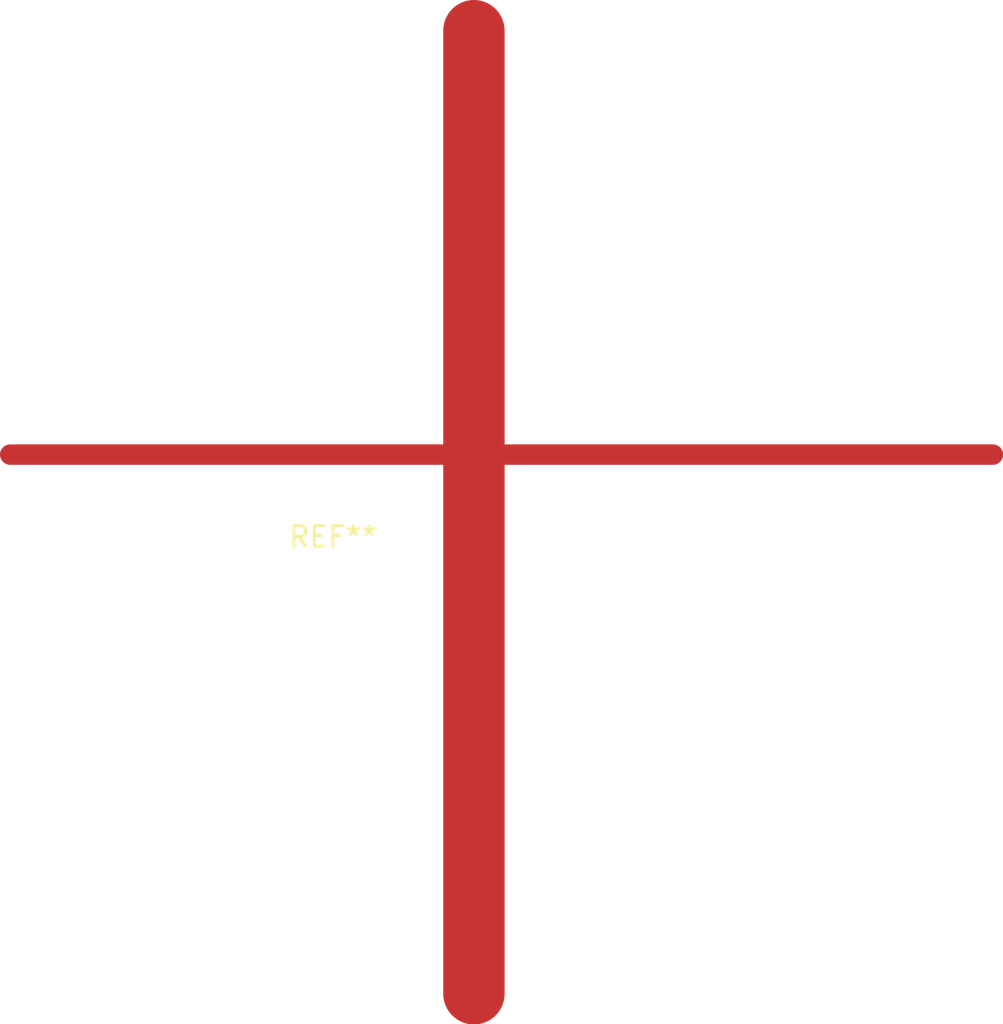
<source format=kicad_pcb>
(kicad_pcb (version 20171130) (host pcbnew "(2018-01-22 revision 6b9a286)-HEAD")

  (general
    (thickness 1.6)
    (drawings 0)
    (tracks 1)
    (zones 0)
    (modules 1)
    (nets 1)
  )

  (page A4)
  (layers
    (0 F.Cu signal)
    (31 B.Cu signal)
    (32 B.Adhes user)
    (33 F.Adhes user)
    (34 B.Paste user)
    (35 F.Paste user)
    (36 B.SilkS user)
    (37 F.SilkS user)
    (38 B.Mask user)
    (39 F.Mask user)
    (40 Dwgs.User user)
    (41 Cmts.User user)
    (42 Eco1.User user)
    (43 Eco2.User user)
    (44 Edge.Cuts user)
    (45 Margin user)
    (46 B.CrtYd user)
    (47 F.CrtYd user)
    (48 B.Fab user)
    (49 F.Fab user)
  )

  (setup
    (last_trace_width 0.25)
    (trace_clearance 0.2)
    (zone_clearance 0.508)
    (zone_45_only no)
    (trace_min 0.2)
    (segment_width 0.2)
    (edge_width 0.15)
    (via_size 0.8)
    (via_drill 0.4)
    (via_min_size 0.4)
    (via_min_drill 0.3)
    (uvia_size 0.3)
    (uvia_drill 0.1)
    (uvias_allowed no)
    (uvia_min_size 0.2)
    (uvia_min_drill 0.1)
    (pcb_text_width 0.3)
    (pcb_text_size 1.5 1.5)
    (mod_edge_width 0.15)
    (mod_text_size 1 1)
    (mod_text_width 0.15)
    (pad_size 1.524 1.524)
    (pad_drill 0.762)
    (pad_to_mask_clearance 0.2)
    (aux_axis_origin 0 0)
    (visible_elements FFFFFF7F)
    (pcbplotparams
      (layerselection 0x00030_ffffffff)
      (usegerberextensions false)
      (usegerberattributes false)
      (usegerberadvancedattributes false)
      (creategerberjobfile false)
      (excludeedgelayer true)
      (linewidth 0.150000)
      (plotframeref false)
      (viasonmask false)
      (mode 1)
      (useauxorigin false)
      (hpglpennumber 1)
      (hpglpenspeed 20)
      (hpglpendiameter 15)
      (psnegative false)
      (psa4output false)
      (plotreference true)
      (plotvalue true)
      (plotinvisibletext false)
      (padsonsilk false)
      (subtractmaskfromsilk false)
      (outputformat 1)
      (mirror false)
      (drillshape 1)
      (scaleselection 1)
      (outputdirectory ""))
  )

  (net 0 "")

  (net_class Default "This is the default net class."
    (clearance 0.2)
    (trace_width 0.25)
    (via_dia 0.8)
    (via_drill 0.4)
    (uvia_dia 0.3)
    (uvia_drill 0.1)
  )

  (module lib:fpwithoval (layer F.Cu) (tedit 5A662FDD) (tstamp 5A662E58)
    (at 128.53416 98.02876)
    (fp_text reference REF** (at 0 0.5) (layer F.SilkS)
      (effects (font (size 1 1) (thickness 0.15)))
    )
    (fp_text value fpwithoval (at 0 -0.5) (layer F.Fab)
      (effects (font (size 1 1) (thickness 0.15)))
    )
    (pad 2 smd oval (at 6.89 -0.7 90) (size 50 3) (layers F.Cu F.Paste F.Mask))
  )

  (segment (start 160.77438 94.51594) (end 112.77346 94.51594) (width 1) (layer F.Cu) (net 0) (tstamp 5A662E72))

)

</source>
